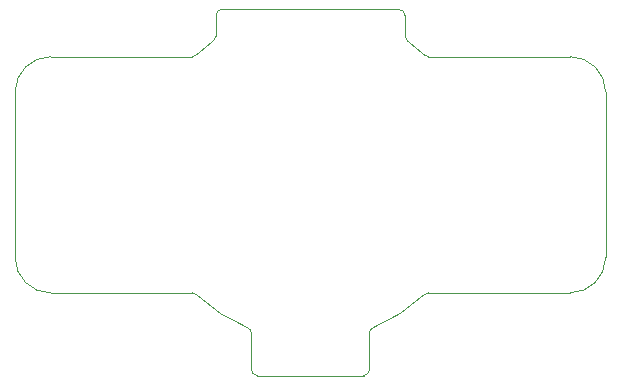
<source format=gm1>
G04 #@! TF.GenerationSoftware,KiCad,Pcbnew,5.1.9+dfsg1-1*
G04 #@! TF.CreationDate,2023-03-08T14:36:01+09:00*
G04 #@! TF.ProjectId,top,746f702e-6b69-4636-9164-5f7063625858,rev?*
G04 #@! TF.SameCoordinates,Original*
G04 #@! TF.FileFunction,Profile,NP*
%FSLAX46Y46*%
G04 Gerber Fmt 4.6, Leading zero omitted, Abs format (unit mm)*
G04 Created by KiCad (PCBNEW 5.1.9+dfsg1-1) date 2023-03-08 14:36:01*
%MOMM*%
%LPD*%
G01*
G04 APERTURE LIST*
G04 #@! TA.AperFunction,Profile*
%ADD10C,0.050000*%
G04 #@! TD*
G04 APERTURE END LIST*
D10*
X165344828Y-99859409D02*
G75*
G02*
X165000000Y-99997340I-344828J362069D01*
G01*
X180000000Y-126497340D02*
G75*
G02*
X179500000Y-126997340I-500000J0D01*
G01*
X170500000Y-126997340D02*
X179500000Y-126997340D01*
X169689655Y-122951113D02*
G75*
G02*
X170000000Y-123413748I-189655J-462635D01*
G01*
X197000000Y-99997340D02*
X185000000Y-99997340D01*
X167000000Y-96497340D02*
G75*
G02*
X167500000Y-95997340I500000J0D01*
G01*
X167000000Y-96497340D02*
X167000000Y-98250000D01*
X153000000Y-119997340D02*
X165000000Y-119997340D01*
X170000000Y-123413748D02*
X170000000Y-126497340D01*
X183000000Y-98250000D02*
X183000000Y-96497340D01*
X150000000Y-102997340D02*
G75*
G02*
X153000000Y-99997340I3000000J0D01*
G01*
X183206896Y-98655080D02*
G75*
G02*
X184655172Y-99859409I-8206896J-11342260D01*
G01*
X165344828Y-99859410D02*
G75*
G02*
X166793104Y-98655081I9655172J-10137930D01*
G01*
X165000000Y-99997340D02*
X153000000Y-99997340D01*
X170500000Y-126997340D02*
G75*
G02*
X170000000Y-126497340I0J500000D01*
G01*
X150000000Y-102997340D02*
X150000000Y-116997340D01*
X180000000Y-126497340D02*
X180000000Y-123413748D01*
X182500000Y-95997340D02*
X167500000Y-95997340D01*
X167000001Y-98250000D02*
G75*
G02*
X166793104Y-98655081I-500001J0D01*
G01*
X185000000Y-119997340D02*
X197000000Y-119997340D01*
X184655172Y-120135272D02*
G75*
G02*
X180310344Y-122951113I-9655172J10137932D01*
G01*
X200000000Y-116997340D02*
G75*
G02*
X197000000Y-119997340I-3000000J0D01*
G01*
X184655172Y-120135271D02*
G75*
G02*
X185000000Y-119997340I344828J-362069D01*
G01*
X179999999Y-123413749D02*
G75*
G02*
X180310344Y-122951113I500001J1D01*
G01*
X185000000Y-99997340D02*
G75*
G02*
X184655172Y-99859409I0J500000D01*
G01*
X200000000Y-116997340D02*
X200000000Y-102997340D01*
X182500000Y-95997340D02*
G75*
G02*
X183000000Y-96497340I0J-500000D01*
G01*
X165000000Y-119997340D02*
G75*
G02*
X165344828Y-120135271I0J-500000D01*
G01*
X169689655Y-122951113D02*
G75*
G02*
X165344828Y-120135271I5310345J12953773D01*
G01*
X153000000Y-119997340D02*
G75*
G02*
X150000000Y-116997340I0J3000000D01*
G01*
X197000000Y-99997340D02*
G75*
G02*
X200000000Y-102997340I0J-3000000D01*
G01*
X183206897Y-98655081D02*
G75*
G02*
X183000000Y-98250000I293103J405081D01*
G01*
M02*

</source>
